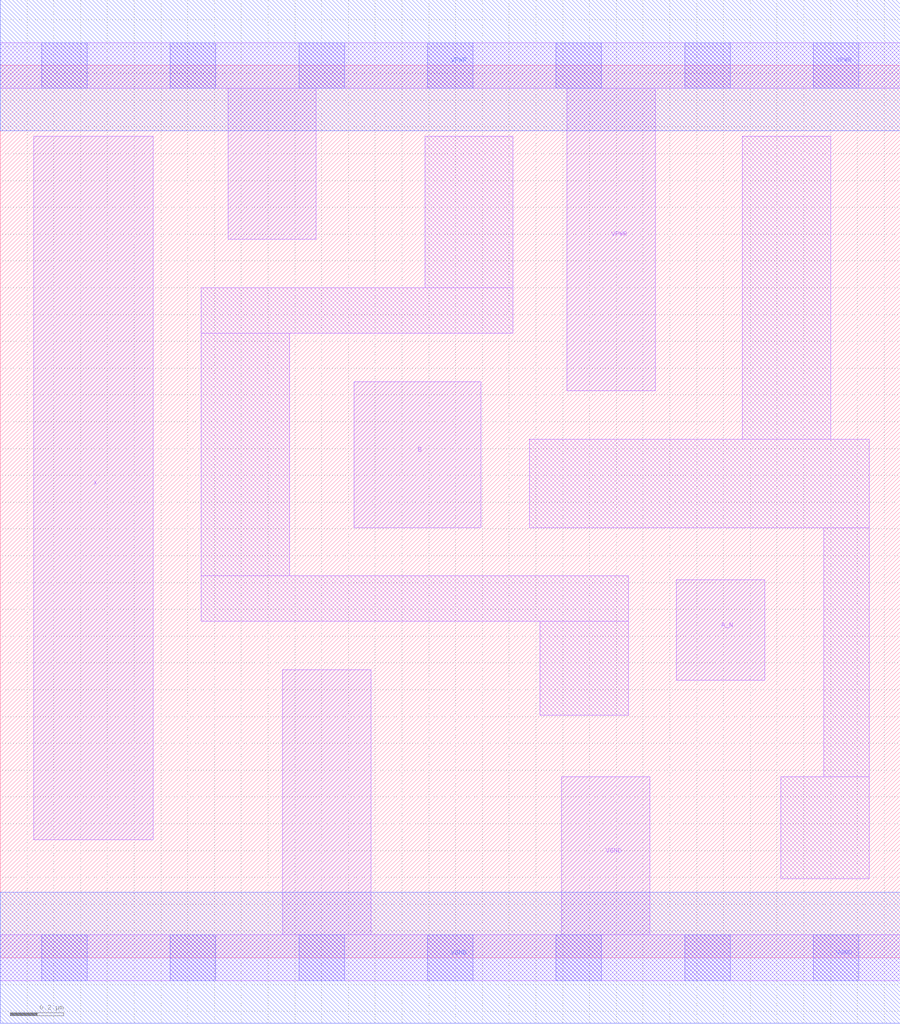
<source format=lef>
# Copyright 2020 The SkyWater PDK Authors
#
# Licensed under the Apache License, Version 2.0 (the "License");
# you may not use this file except in compliance with the License.
# You may obtain a copy of the License at
#
#     https://www.apache.org/licenses/LICENSE-2.0
#
# Unless required by applicable law or agreed to in writing, software
# distributed under the License is distributed on an "AS IS" BASIS,
# WITHOUT WARRANTIES OR CONDITIONS OF ANY KIND, either express or implied.
# See the License for the specific language governing permissions and
# limitations under the License.
#
# SPDX-License-Identifier: Apache-2.0

VERSION 5.7 ;
  NAMESCASESENSITIVE ON ;
  NOWIREEXTENSIONATPIN ON ;
  DIVIDERCHAR "/" ;
  BUSBITCHARS "[]" ;
UNITS
  DATABASE MICRONS 200 ;
END UNITS
MACRO sky130_fd_sc_lp__and2b_lp
  CLASS CORE ;
  SOURCE USER ;
  FOREIGN sky130_fd_sc_lp__and2b_lp ;
  ORIGIN  0.000000  0.000000 ;
  SIZE  3.360000 BY  3.330000 ;
  SYMMETRY X Y R90 ;
  SITE unit ;
  PIN A_N
    ANTENNAGATEAREA  0.376000 ;
    DIRECTION INPUT ;
    USE SIGNAL ;
    PORT
      LAYER li1 ;
        RECT 2.525000 1.035000 2.855000 1.410000 ;
    END
  END A_N
  PIN B
    ANTENNAGATEAREA  0.313000 ;
    DIRECTION INPUT ;
    USE SIGNAL ;
    PORT
      LAYER li1 ;
        RECT 1.320000 1.605000 1.795000 2.150000 ;
    END
  END B
  PIN X
    ANTENNADIFFAREA  0.404700 ;
    DIRECTION OUTPUT ;
    USE SIGNAL ;
    PORT
      LAYER li1 ;
        RECT 0.125000 0.440000 0.570000 3.065000 ;
    END
  END X
  PIN VGND
    DIRECTION INOUT ;
    USE GROUND ;
    PORT
      LAYER li1 ;
        RECT 0.000000 -0.085000 3.360000 0.085000 ;
        RECT 1.055000  0.085000 1.385000 1.075000 ;
        RECT 2.095000  0.085000 2.425000 0.675000 ;
      LAYER mcon ;
        RECT 0.155000 -0.085000 0.325000 0.085000 ;
        RECT 0.635000 -0.085000 0.805000 0.085000 ;
        RECT 1.115000 -0.085000 1.285000 0.085000 ;
        RECT 1.595000 -0.085000 1.765000 0.085000 ;
        RECT 2.075000 -0.085000 2.245000 0.085000 ;
        RECT 2.555000 -0.085000 2.725000 0.085000 ;
        RECT 3.035000 -0.085000 3.205000 0.085000 ;
      LAYER met1 ;
        RECT 0.000000 -0.245000 3.360000 0.245000 ;
    END
  END VGND
  PIN VPWR
    DIRECTION INOUT ;
    USE POWER ;
    PORT
      LAYER li1 ;
        RECT 0.000000 3.245000 3.360000 3.415000 ;
        RECT 0.850000 2.680000 1.180000 3.245000 ;
        RECT 2.115000 2.115000 2.445000 3.245000 ;
      LAYER mcon ;
        RECT 0.155000 3.245000 0.325000 3.415000 ;
        RECT 0.635000 3.245000 0.805000 3.415000 ;
        RECT 1.115000 3.245000 1.285000 3.415000 ;
        RECT 1.595000 3.245000 1.765000 3.415000 ;
        RECT 2.075000 3.245000 2.245000 3.415000 ;
        RECT 2.555000 3.245000 2.725000 3.415000 ;
        RECT 3.035000 3.245000 3.205000 3.415000 ;
      LAYER met1 ;
        RECT 0.000000 3.085000 3.360000 3.575000 ;
    END
  END VPWR
  OBS
    LAYER li1 ;
      RECT 0.750000 1.255000 2.345000 1.425000 ;
      RECT 0.750000 1.425000 1.080000 2.330000 ;
      RECT 0.750000 2.330000 1.915000 2.500000 ;
      RECT 1.585000 2.500000 1.915000 3.065000 ;
      RECT 1.975000 1.605000 3.245000 1.935000 ;
      RECT 2.015000 0.905000 2.345000 1.255000 ;
      RECT 2.770000 1.935000 3.100000 3.065000 ;
      RECT 2.915000 0.295000 3.245000 0.675000 ;
      RECT 3.075000 0.675000 3.245000 1.605000 ;
  END
END sky130_fd_sc_lp__and2b_lp

</source>
